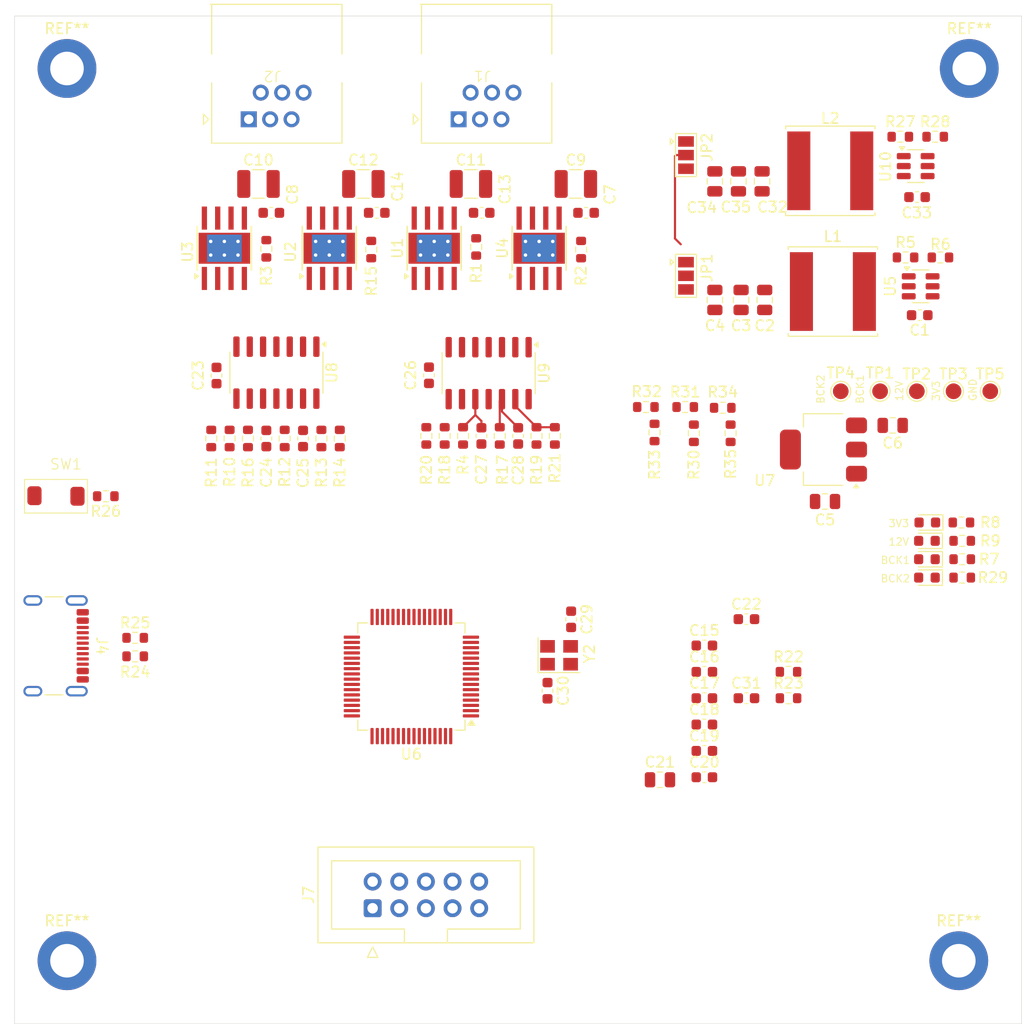
<source format=kicad_pcb>
(kicad_pcb (version 20240108) (generator "pcbnew") (generator_version "8.0")
  (layers (0 "F.Cu" signal) (1 "In1.Cu" signal) (2 "In2.Cu" signal) (31 "B.Cu" signal) (34 "B.Paste" user) (35 "F.Paste" user) (36 "B.SilkS" user "B.Silkscreen") (37 "F.SilkS" user "F.Silkscreen") (38 "B.Mask" user) (39 "F.Mask" user) (44 "Edge.Cuts" user))
  (net 0 "")
  (net 1 "GND")
  (net 2 "+3V3")
  (net 3 "+12V")
  (net 4 "Net-(U8C-+)")
  (net 5 "Net-(U8D-+)")
  (net 6 "Net-(U9C-+)")
  (net 7 "Net-(U9D-+)")
  (net 8 "/OSC1")
  (net 9 "/OSC2")
  (net 10 "/NRST")
  (net 11 "Net-(D1-K)")
  (net 12 "Net-(D2-K)")
  (net 13 "Net-(D3-K)")
  (net 15 "/motors_section/MOTOR2_C1B")
  (net 16 "/motors_section/MOTOR2_C2A")
  (net 17 "/motors_section/MOTOR2_C2B")
  (net 18 "/motors_section/MOTOR2_C1A")
  (net 21 "/motors_section/MOTOR1C1B")
  (net 22 "/motors_section/MOTOR1C2A")
  (net 24 "/motors_section/MOTOR1C2B")
  (net 25 "/motors_section/MOTOR1C1A")
  (net 26 "Net-(J4-D--PadA7)")
  (net 27 "+5V")
  (net 28 "Net-(J4-D+-PadA6)")
  (net 29 "Net-(J4-CC2)")
  (net 30 "Net-(J4-CC1)")
  (net 33 "/motors_section/MOT2_C1_SENS")
  (net 34 "/motors_section/MOT2_C2_SENS")
  (net 35 "/motors_section/MOT1_C2_SENS")
  (net 36 "Net-(U8C--)")
  (net 37 "Net-(U8D--)")
  (net 38 "/motors_section/MOT1_C1_SENS")
  (net 39 "Net-(U9C--)")
  (net 40 "Net-(U9D--)")
  (net 41 "/USB_DP")
  (net 42 "/USB_DM")
  (net 43 "Net-(R26-Pad1)")
  (net 44 "/motors_section/MOTOR1_C1B")
  (net 45 "/motors_section/MOTOR1_C1A")
  (net 46 "/motors_section/MOTOR1_C2A")
  (net 47 "/motors_section/MOTOR1_C2B")
  (net 67 "/SWCLK")
  (net 70 "/SWDIO")
  (net 79 "/BUCK1_CB")
  (net 80 "/BUCK1_VOUT")
  (net 81 "MOTOR2_VIN")
  (net 82 "MOTOR1_VIN")
  (net 83 "/BUCK2_CB")
  (net 90 "/BUCK1_SW")
  (net 91 "/BUCK2_SW")
  (net 92 "/BUCK1_FB")
  (net 93 "/BUCK2_FB")
  (net 94 "/BUCK1_EN")
  (net 95 "/BUCK2_EN")
  (net 96 "Net-(D4-K)")
  (net 97 "MOT1_C1_SENS_AMP")
  (net 98 "MOT1_C2_SENS_AMP")
  (net 99 "MOT2_C1_SENS_AMP")
  (net 100 "MOT2_C2_SENS_AMP")
  (net 101 "MOTOR2_C1A_IN")
  (net 102 "MOTOR2_C1B_IN")
  (net 103 "MOTOR1_C1B_IN")
  (net 104 "MOTOR1_C1A_IN")
  (net 105 "MOTOR1_C2B_IN")
  (net 106 "MOTOR1_C2A_IN")
  (net 107 "MOTOR2_C2A_IN")
  (net 108 "MOTOR2_C2B_IN")
  (net 109 "/MOTORS_VEXT")
  (net 110 "/BUCK2_VOUT")
  (net 111 "/BUCK2_DIV")
  (net 112 "/BUCK1_DIV")
  (net 113 "/12V_DIV")
  (footprint "Capacitor_SMD:C_0603_1608Metric" (layer "F.Cu") (at 180.75 104.97)
    (property "Reference" "C15")
    (property "Value" "100n")
  )
  (footprint "Capacitor_SMD:C_0805_2012Metric" (layer "F.Cu") (at 186.25 60.75 -90)
    (property "Reference" "C32")
    (property "Value" "10u")
  )
  (footprint "Resistor_SMD:R_0603_1608Metric" (layer "F.Cu") (at 144.25 85.25 -90)
    (property "Reference" "R13")
    (property "Value" "4k7")
  )
  (footprint "stepper_ctrl_lib:stepper ST4" (layer "F.Cu") (at 140.025 50.225 180)
    (property "Reference" "J2")
    (property "Value" "RJ12")
  )
  (footprint "Package_SO:Texas_HTSOP-8-1EP_3.9x4.9mm_P1.27mm_EP2.95x4.9mm_Mask2.4x3.1mm_ThermalVias" (layer "F.Cu") (at 145 67.125 90)
    (property "Reference" "U2")
    (property "Value" "DRV8870DDA")
  )
  (footprint "Crystal:Crystal_SMD_3225-4Pin_3.2x2.5mm" (layer "F.Cu") (at 166.9 105.9)
    (property "Reference" "Y2")
    (property "Value" "12Mhz")
  )
  (footprint "Resistor_SMD:R_0603_1608Metric" (layer "F.Cu") (at 169 67.25 -90)
    (property "Reference" "R2")
    (property "Value" "100m")
  )
  (footprint "Package_SO:Texas_HTSOP-8-1EP_3.9x4.9mm_P1.27mm_EP2.95x4.9mm_Mask2.4x3.1mm_ThermalVias" (layer "F.Cu") (at 165 67.125 90)
    (property "Reference" "U4")
    (property "Value" "DRV8870DDA")
  )
  (footprint "Capacitor_SMD:C_0805_2012Metric" (layer "F.Cu") (at 176.52 117.76)
    (property "Reference" "C21")
    (property "Value" "10u")
  )
  (footprint "Capacitor_SMD:C_0603_1608Metric" (layer "F.Cu") (at 159.5 85 -90)
    (property "Reference" "C27")
    (property "Value" "100n")
  )
  (footprint "LED_SMD:LED_0603_1608Metric" (layer "F.Cu") (at 201.9625 98.5 180)
    (property "Reference" "D4" (hide yes))
    (property "Value" "LED_BUCK2")
  )
  (footprint "stepper_ctrl_lib:stepper TACT_SWITCH" (layer "F.Cu") (at 118.95 90.75)
    (property "Reference" "SW1")
    (property "Value" "SW_Push" (hide yes))
  )
  (footprint "Connector_IDC:IDC-Header_2x05_P2.54mm_Vertical" (layer "F.Cu") (at 149.13 130 90)
    (property "Reference" "J7")
    (property "Value" "Conn_02x05_Odd_Even")
  )
  (footprint "Capacitor_SMD:C_0603_1608Metric" (layer "F.Cu") (at 154.5 79.225 -90)
    (property "Reference" "C26")
    (property "Value" "100n")
  )
  (footprint "Resistor_SMD:R_0603_1608Metric" (layer "F.Cu") (at 135.5 85.25 -90)
    (property "Reference" "R10")
    (property "Value" "4k7")
  )
  (footprint "Package_SO:Texas_HTSOP-8-1EP_3.9x4.9mm_P1.27mm_EP2.95x4.9mm_Mask2.4x3.1mm_ThermalVias" (layer "F.Cu") (at 135 67.125 90)
    (property "Reference" "U3")
    (property "Value" "DRV8870DDA")
  )
  (footprint "MountingHole:MountingHole_3.2mm_M3_DIN965_Pad" (layer "F.Cu") (at 206 50)
    (property "Reference" "REF**")
    (property "Value" "MountingHole_3.2mm_M3_DIN965_Pad" (hide yes))
  )
  (footprint "MountingHole:MountingHole_3.2mm_M3_DIN965_Pad" (layer "F.Cu") (at 120 50)
    (property "Reference" "REF**")
    (property "Value" "MountingHole_3.2mm_M3_DIN965_Pad" (hide yes))
  )
  (footprint "Capacitor_SMD:C_0603_1608Metric" (layer "F.Cu") (at 163 85 -90)
    (property "Reference" "C28")
    (property "Value" "100n")
  )
  (footprint "Capacitor_SMD:C_0603_1608Metric" (layer "F.Cu") (at 149.525 63.75)
    (property "Reference" "C14")
    (property "Value" "100n")
  )
  (footprint "Package_TO_SOT_SMD:SOT-223-3_TabPin2" (layer "F.Cu") (at 192.1 86.3 180)
    (property "Reference" "U7")
    (property "Value" "AMS1117-3.3")
  )
  (footprint "Capacitor_SMD:C_0805_2012Metric" (layer "F.Cu") (at 186.5 72.05 -90)
    (property "Reference" "C2")
    (property "Value" "10u")
  )
  (footprint "Resistor_SMD:R_0603_1608Metric" (layer "F.Cu") (at 156 85 -90)
    (property "Reference" "R18")
    (property "Value" "4k7")
  )
  (footprint "Capacitor_SMD:C_0603_1608Metric" (layer "F.Cu") (at 165.8 109.275 -90)
    (property "Reference" "C30")
    (property "Value" "30p")
  )
  (footprint "Resistor_SMD:R_0603_1608Metric" (layer "F.Cu") (at 178.925 82.25)
    (property "Reference" "R31")
    (property "Value" "33k")
  )
  (footprint "Jumper:SolderJumper-3_P1.3mm_Open_Pad1.0x1.5mm" (layer "F.Cu") (at 179 69.75 -90)
    (property "Reference" "JP1")
    (property "Value" "Jumper_3_Open")
  )
  (footprint "Inductor_SMD:L_Changjiang_FNR8040S" (layer "F.Cu") (at 193 71.25 180)
    (property "Reference" "L1")
    (property "Value" "6u8")
  )
  (footprint "Capacitor_SMD:C_0603_1608Metric" (layer "F.Cu") (at 180.75 112.5)
    (property "Reference" "C18")
    (property "Value" "100n")
  )
  (footprint "Capacitor_SMD:C_0603_1608Metric" (layer "F.Cu") (at 201.275 73.5 180)
    (property "Reference" "C1")
    (property "Value" "100n")
  )
  (footprint "Resistor_SMD:R_0603_1608Metric" (layer "F.Cu") (at 123.7 90.75 180)
    (property "Reference" "R26")
    (property "Value" "1k")
  )
  (footprint "Resistor_SMD:R_0603_1608Metric" (layer "F.Cu") (at 205.325 96.75)
    (property "Reference" "R7")
    (property "Value" "4k7")
  )
  (footprint "Capacitor_SMD:C_0603_1608Metric" (layer "F.Cu") (at 139.475 63.75)
    (property "Reference" "C8")
    (property "Value" "100n")
  )
  (footprint "Capacitor_SMD:C_0603_1608Metric" (layer "F.Cu") (at 139 85.25 -90)
    (property "Reference" "C24")
    (property "Value" "100n")
  )
  (footprint "Resistor_SMD:R_0603_1608Metric" (layer "F.Cu") (at 164.75 85 -90)
    (property "Reference" "R19")
    (property "Value" "4k7")
  )
  (footprint "Resistor_SMD:R_0603_1608Metric" (layer "F.Cu") (at 175.175 82.25)
    (property "Reference" "R32")
    (property "Value" "33k")
  )
  (footprint "Package_SO:SOIC-14_3.9x8.7mm_P1.27mm" (layer "F.Cu") (at 139.96 78.975 -90)
    (property "Reference" "U8")
    (property "Value" "LM324")
  )
  (footprint "Resistor_SMD:R_0603_1608Metric" (layer "F.Cu") (at 183.25 84.75 -90)
    (property "Reference" "R35")
    (property "Value" "4k7")
  )
  (footprint "Resistor_SMD:R_0603_1608Metric" (layer "F.Cu") (at 199.925 68)
    (property "Reference" "R5")
    (property "Value" "100k")
  )
  (footprint "MountingHole:MountingHole_3.2mm_M3_DIN965_Pad" (layer "F.Cu") (at 120 135)
    (property "Reference" "REF**")
    (property "Value" "MountingHole_3.2mm_M3_DIN965_Pad" (hide yes))
  )
  (footprint "Resistor_SMD:R_0603_1608Metric" (layer "F.Cu") (at 154.25 85 90)
    (property "Reference" "R20")
    (property "Value" "33k")
  )
  (footprint "Capacitor_SMD:C_0603_1608Metric" (layer "F.Cu") (at 184.76 102.46)
    (property "Reference" "C22")
    (property "Value" "1u")
  )
  (footprint "LED_SMD:LED_0603_1608Metric" (layer "F.Cu") (at 201.9625 95 180)
    (property "Reference" "D2" (hide yes))
    (property "Value" "LED_VIN")
  )
  (footprint "Resistor_SMD:R_0603_1608Metric" (layer "F.Cu") (at 179.75 84.75 -90)
    (property "Reference" "R30")
    (property "Value" "4k7")
  )
  (footprint "Capacitor_SMD:C_0603_1608Metric" (layer "F.Cu") (at 180.75 115.01)
    (property "Reference" "C19")
    (property "Value" "100n")
  )
  (footprint "stepper_ctrl_lib:stepper ST4" (layer "F.Cu") (at 160.025 50.225 180)
    (property "Reference" "J1")
    (property "Value" "RJ12")
  )
  (footprint "Resistor_SMD:R_0603_1608Metric" (layer "F.Cu") (at 182.5 82.325 180)
    (property "Reference" "R34")
    (property "Value" "33k")
  )
  (footprint "Connector_USB:USB_C_Receptacle_GCT_USB4105-xx-A_16P_TopMnt_Horizontal" (layer "F.Cu") (at 117.82 105 -90)
    (property "Reference" "J4")
    (property "Value" "USB_C_Receptacle_USB2.0_16P" (hide yes))
  )
  (footprint "Resistor_SMD:R_0603_1608Metric" (layer "F.Cu") (at 166.5 85 90)
    (property "Reference" "R21")
    (property "Value" "33k")
  )
  (footprint "Resistor_SMD:R_0603_1608Metric" (layer "F.Cu") (at 140.75 85.25 90)
    (property "Reference" "R12")
    (property "Value" "10k")
  )
  (footprint "TestPoint:TestPoint_Pad_D1.5mm" (layer "F.Cu") (at 201 80.75)
    (property "Reference" "TP2")
    (property "Value" "TP_VIN")
  )
  (footprint "Capacitor_SMD:C_0603_1608Metric" (layer "F.Cu") (at 142.5 85.25 -90)
    (property "Reference" "C25")
    (property "Value" "100n")
  )
  (footprint "Inductor_SMD:L_1210_3225Metric" (layer "F.Cu") (at 148.25 61)
    (property "Reference" "C12")
    (property "Value" "47u")
  )
  (footprint "Capacitor_SMD:C_0603_1608Metric" (layer "F.Cu") (at 180.75 109.99)
    (property "Reference" "C17")
    (property "Value" "100n")
  )
  (footprint "Capacitor_SMD:C_0805_2012Metric" (layer "F.Cu") (at 192.25 91.25)
    (property "Reference" "C5")
    (property "Value" "10u")
  )
  (footprint "Resistor_SMD:R_0603_1608Metric" (layer "F.Cu") (at 133.75 85.25 90)
    (property "Reference" "R11")
    (property "Value" "33k")
  )
  (footprint "Package_TO_SOT_SMD:SOT-23-6" (layer "F.Cu") (at 201.3625 70.75)
    (property "Reference" "U5")
    (property "Value" "LMR51430")
  )
  (footprint "Capacitor_SMD:C_0603_1608Metric" (layer "F.Cu") (at 184.76 109.99)
    (property "Reference" "C31")
    (property "Value" "100n")
  )
  (footprint "Jumper:SolderJumper-3_P1.3mm_Open_Pad1.0x1.5mm" (layer "F.Cu") (at 179 58.25 -90)
    (property "Reference" "JP2")
    (property "Value" "Jumper_3_Open")
  )
  (footprint "Package_QFP:LQFP-64_10x10mm_P0.5mm" (layer "F.Cu") (at 152.825 107.925 180)
    (property "Reference" "U6")
    (property "Value" "STM32F103RCTx")
  )
  (footprint "Resistor_SMD:R_0603_1608Metric" (layer "F.Cu") (at 126.5 106)
    (property "Reference" "R24")
    (property "Value" "10")
  )
  (footprint "Resistor_SMD:R_0603_1608Metric" (layer "F.Cu") (at 139 67.175 -90)
    (property "Reference" "R3")
    (property "Value" "100m")
  )
  (footprint "Capacitor_SMD:C_0603_1608Metric" (layer "F.Cu") (at 180.75 117.52)
    (property "Reference" "C20")
    (property "Value" "100n")
  )
  (footprint "Resistor_SMD:R_0603_1608Metric" (layer "F.Cu") (at 157.75 85 90)
    (property "Reference" "R4")
    (property "Value" "10k")
  )
  (footprint "Capacitor_SMD:C_0805_2012Metric" (layer "F.Cu") (at 198.7 84 180)
    (property "Reference" "C6")
    (property "Value" "10u")
  )
  (footprint "Package_SO:Texas_HTSOP-8-1EP_3.9x4.9mm_P1.27mm_EP2.95x4.9mm_Mask2.4x3.1mm_ThermalVias" (layer "F.Cu") (at 155 67.125 90)
    (property "Reference" "U1")
    (property "Value" "DRV8870DDA")
  )
  (footprint "Resistor_SMD:R_0603_1608Metric" (layer "F.Cu") (at 205.325 98.5)
    (property "Reference" "R29")
    (property "Value" "4k7")
  )
  (footprint "Resistor_SMD:R_0603_1608Metric" (layer "F.Cu") (at 146 85.25 90)
    (property "Reference" "R14")
    (property "Value" "33k")
  )
  (footprint "Capacitor_SMD:C_0805_2012Metric" (layer "F.Cu") (at 181.75 72.05 -90)
    (property "Reference" "C4")
    (property "Value" "10u")
  )
  (footprint "Package_SO:SOIC-14_3.9x8.7mm_P1.27mm" (layer "F.Cu") (at 160.19 79.025 -90)
    (property "Reference" "U9")
    (property "Value" "LM324")
  )
  (footprint "Resistor_SMD:R_0603_1608Metric" (layer "F.Cu") (at 149 67.25 -90)
    (property "Reference" "R15")
    (property "Value" "100m")
  )
  (footprint "Resistor_SMD:R_0603_1608Metric" (layer "F.Cu") (at 137.25 85.25 90)
    (property "Reference" "R16")
    (property "Value" "10k")
  )
  (footprint "Resistor_SMD:R_0603_1608Metric" (layer "F.Cu") (at 205.25 93.25)
    (property "Reference" "R8")
    (property "Value" "4k7")
  )
  (footprint "Resistor_SMD:R_0603_1608Metric" (layer "F.Cu") (at 188.77 109.99)
    (property "Reference" "R23")
    (property "Value" "5k1")
  )
  (footprint "TestPoint:TestPoint_Pad_D1.5mm" (layer "F.Cu") (at 193.75 80.75)
    (property "Reference" "TP4")
    (property "Value" "TP_BUCK2")
  )
  (footprint "Resistor_SMD:R_0603_1608Metric" (layer "F.Cu") (at 188.77 107.48)
    (property "Reference" "R22")
    (property "Value" "5k1")
  )
  (footprint "Resistor_SMD:R_0603_1608Metric" (layer "F.Cu") (at 161.25 85 90)
    (property "Reference" "R17")
    (property "Value" "10k")
  )
  (footprint "Inductor_SMD:L_1210_3225Metric" (layer "F.Cu") (at 168.5 61)
    (property "Reference" "C9")
    (property "Value" "47u")
  )
  (footprint "Resistor_SMD:R_0603_1608Metric" (layer "F.Cu") (at 176 84.675 -90)
    (property "Reference" "R33")
    (property "Value" "4k7")
  )
  (footprint "Capacitor_SMD:C_0603_1608Metric" (layer "F.Cu") (at 169.475 63.75)
    (property "Reference" "C7")
    (property "Value" "100n")
  )
  (footprint "Capacitor_SMD:C_0603_1608Metric" (layer "F.Cu") (at 159.525 63.75)
    (property "Reference" "C13")
    (property "Value" "100n")
  )
  (footprint "Inductor_SMD:L_1210_3225Metric" (layer "F.Cu") (at 158.5 61)
    (property "Reference" "C11")
    (property "Value" "47u")
  )
  (footprint "Inductor_SMD:L_Changjiang_FNR8040S" (layer "F.Cu") (at 192.75 59.75 180)
    (property "Reference" "L2")
    (property "Value" "6u8")
  )
  (footprint "Inductor_SMD:L_1210_3225Metric" (layer "F.Cu") (at 138.25 61)
    (property "Reference" "C10")
    (property "Value" "47u")
  )
  (footprint "TestPoint:TestPoint_Pad_D1.5mm" (layer "F.Cu") (at 197.5 80.75)
    (property "Reference" "TP1")
    (property "Value" "TP_BUCK1")
  )
  (footprint "Package_TO_SOT_SMD:SOT-23-6" (layer "F.Cu") (at 200.8875 59.3)
    (property "Reference" "U10")
    (property "Value" "LMR51430")
  )
  (footprint "LED_SMD:LED_0603_1608Metric" (layer "F.Cu") (at 202 93.25 180)
    (property "Reference" "D3" (hide yes))
    (property "Value" "LED_3V3")
  )
  (footprint "Capacitor_SMD:C_0805_2012Metric" (layer "F.Cu") (at 184.25 72.05 -90)
    (property "Reference" "C3")
    (property "Value" "10u")
  )
  (footprint "Resistor_SMD:R_0603_1608Metric" (layer "F.Cu") (at 126.5 104.24)
    (property "Reference" "R25")
    (property "Value" "10")
  )
  (footprint "MountingHole:MountingHole_3.2mm_M3_DIN965_Pad" (layer "F.Cu") (at 205 135)
    (property "Reference" "REF**")
    (property "Value" "MountingHole_3.2mm_M3_DIN965_Pad" (hide yes))
  )
  (footprint "LED_SMD:LED_0603_1608Metric" (layer "F.Cu") (at 201.9625 96.75 180)
    (property "Reference" "D1" (hide yes))
    (property "Value" "LED_BUCK1")
  )
  (footprint "Resistor_SMD:R_0603_1608Metric" (layer "F.Cu") (at 202.75 56.5)
    (property "Reference" "R28")
    (property "Value" "6k8")
  )
  (footprint "TestPoint:TestPoint_Pad_D1.5mm" (layer "F.Cu") (at 208 80.75)
    (property "Reference" "TP5")
    (property "Value" "TP_GND")
  )
  (footprint "Capacitor_SMD:C_0603_1608Metric" (layer "F.Cu") (at 180.75 107.48)
    (property "Reference" "C16")
    (property "Value" "100n")
  )
  (footprint "Resistor_SMD:R_0603_1608Metric" (layer "F.Cu") (at 159 67 -90)
    (property "Reference" "R1")
    (property "Value" "100m")
  )
  (footprint "Resistor_SMD:R_0603_1608Metric" (layer "F.Cu") (at 199.425 56.5)
    (property "Reference" "R27")
    (property "Value" "100k")
  )
  (footprint "Capacitor_SMD:C_0603_1608Metric" (layer "F.Cu") (at 134.25 79.25 -90)
    (property "Reference" "C23")
    (property "Value" "100n")
  )
  (footprint "Capacitor_SMD:C_0603_1608Metric" (layer "F.Cu") (at 168.05 102.475 90)
    (property "Reference" "C29")
    (property "Value" "30p")
  )
  (footprint "Resistor_SMD:R_0603_1608Metric" (layer "F.Cu") (at 205.325 95)
    (property "Reference" "R9")
    (property "Value" "4k7")
  )
  (footprint "Capacitor_SMD:C_0805_2012Metric" (layer "F.Cu") (at 181.75 60.75 -90)
    (property "Reference" "C34")
    (property "Value" "10u")
  )
  (footprint "Capacitor_SMD:C_0805_2012Metric" (layer "F.Cu") (at 184 60.75 -90)
    (property "Reference" "C35")
    (property "Value" "10u")
  )
  (footprint "Capacitor_SMD:C_0603_1608Metric" (layer "F.Cu") (at 201.025 62.25)
    (property "Reference" "C33")
    (property "Value" "100n")
  )
  (footprint "Resistor_SMD:R_0603_1608Metric" (layer "F.Cu") (at 203.25 68)
    (property "Reference" "R6")
    (property "Value" "6k8")
  )
  (footprint "TestPoint:TestPoint_Pad_D1.5mm" (layer "F.Cu") (at 204.5 80.75)
    (property "Reference" "TP3")
    (property "Value" "TP_3V3")
  )
  (gr_rect (start 115 45) (end 211 141) (stroke (width 0.05)) (fill none) (layer "Edge.Cuts"))
  (gr_text "BCK1" (at 197.5 97.25 0) (layer "F.SilkS") (effects (font (size 0.7 0.7) (thickness 0.1)) (justify left bottom)))
  (gr_text "12V" (at 199.75 81.75 90) (layer "F.SilkS") (effects (font (size 0.7 0.7) (thickness 0.1)) (justify left bottom)))
  (gr_text "12V" (at 198.25 95.5 0) (layer "F.SilkS") (effects (font (size 0.7 0.7) (thickness 0.1)) (justify left bottom)))
  (gr_text "3V3" (at 198.25 93.75 0) (layer "F.SilkS") (effects (font (size 0.7 0.7) (thickness 0.1)) (justify left bottom)))
  (gr_text "BCK1" (at 196 82 90) (layer "F.SilkS") (effects (font (size 0.7 0.7) (thickness 0.1)) (justify left bottom)))
  (gr_text "BCK2" (at 192.25 82 90) (layer "F.SilkS") (effects (font (size 0.7 0.7) (thickness 0.1)) (justify left bottom)))
  (gr_text "GND" (at 206.75 81.75 90) (layer "F.SilkS") (effects (font (size 0.7 0.7) (thickness 0.1)) (justify left bottom)))
  (gr_text "BCK2" (at 197.5 99 0) (layer "F.SilkS") (effects (font (size 0.7 0.7) (thickness 0.1)) (justify left bottom)))
  (gr_text "3V3" (at 203.25 81.75 90) (layer "F.SilkS") (effects (font (size 0.7 0.7) (thickness 0.1)) (justify left bottom)))
  (segment (start 157.75 84.175) (end 158.92 83.005) (width 0.2) (layer "F.Cu") (net 6))
  (segment (start 159.5 84.225) (end 159.5 83.585) (width 0.2) (layer "F.Cu") (net 6))
  (segment (start 158.92 83.005) (end 158.92 81.5) (width 0.2) (layer "F.Cu") (net 6))
  (segment (start 159.5 83.585) (end 158.92 83.005) (width 0.2) (layer "F.Cu") (net 6))
  (segment (start 163 84.225) (end 161.46 82.685) (width 0.2) (layer "F.Cu") (net 7))
  (segment (start 161.46 82.685) (end 161.46 81.5) (width 0.2) (layer "F.Cu") (net 7))
  (segment (start 161.25 81.71) (end 161.46 81.5) (width 0.2) (layer "F.Cu") (net 7))
  (segment (start 161.25 84.175) (end 161.25 81.71) (width 0.2) (layer "F.Cu") (net 7))
  (segment (start 166.5 84.175) (end 164.75 84.175) (width 0.2) (layer "F.Cu") (net 40))
  (segment (start 162.73 82.155) (end 162.73 81.5) (width 0.2) (layer "F.Cu") (net 40))
  (segment (start 164.75 84.175) (end 162.73 82.155) (width 0.2) (layer "F.Cu") (net 40))
  (segment (start 147.15 110.675) (end 147.175 110.65) (width 0.2) (layer "F.Cu") (net 70))
  (segment (start 178.05 58.25) (end 177.95 58.35) (width 0.2) (layer "F.Cu") (net 81))
  (segment (start 177.95 58.35) (end 177.95 66.2) (width 0.2) (layer "F.Cu") (net 81))
  (segment (start 177.95 66.2) (end 178.5 66.75) (width 0.2) (layer "F.Cu") (net 81))
  (segment (start 179 58.25) (end 178.05 58.25) (width 0.2) (layer "F.Cu") (net 81))
)
</source>
